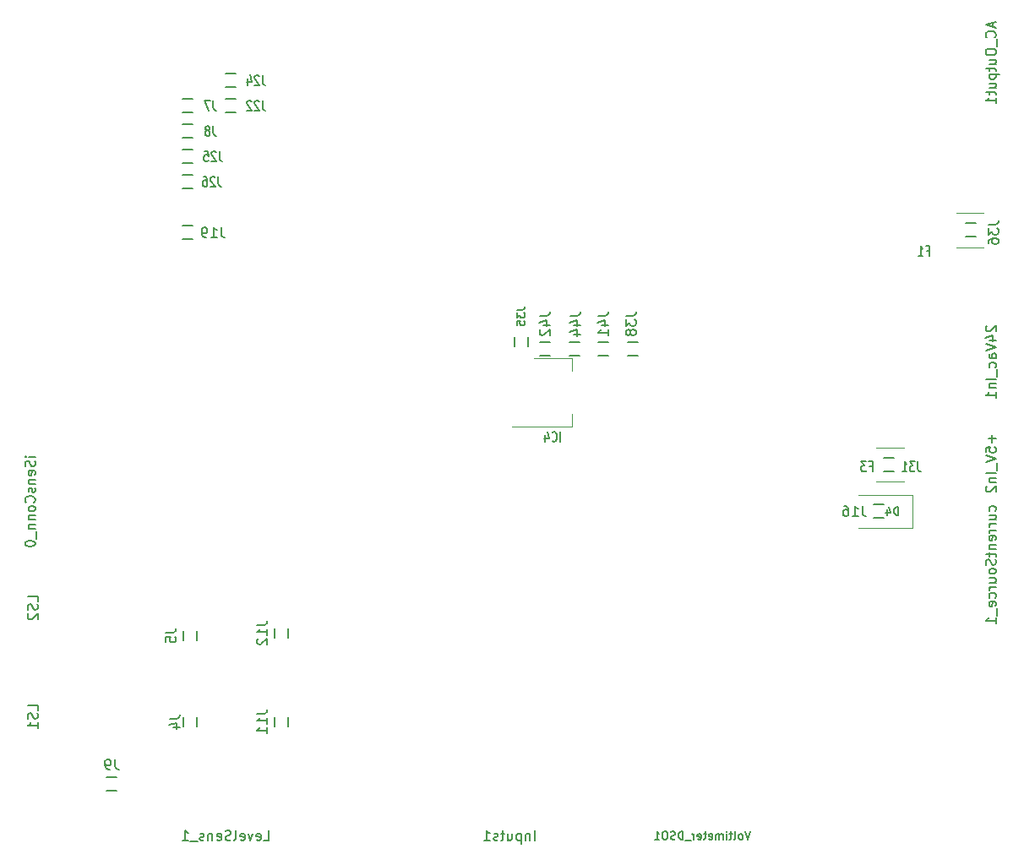
<source format=gbo>
G04 #@! TF.GenerationSoftware,KiCad,Pcbnew,5.1.9-73d0e3b20d~88~ubuntu20.04.1*
G04 #@! TF.CreationDate,2021-03-10T20:51:34-03:00*
G04 #@! TF.ProjectId,std_board,7374645f-626f-4617-9264-2e6b69636164,rev?*
G04 #@! TF.SameCoordinates,Original*
G04 #@! TF.FileFunction,Legend,Bot*
G04 #@! TF.FilePolarity,Positive*
%FSLAX46Y46*%
G04 Gerber Fmt 4.6, Leading zero omitted, Abs format (unit mm)*
G04 Created by KiCad (PCBNEW 5.1.9-73d0e3b20d~88~ubuntu20.04.1) date 2021-03-10 20:51:34*
%MOMM*%
%LPD*%
G01*
G04 APERTURE LIST*
%ADD10C,0.150000*%
%ADD11C,0.120000*%
%ADD12C,0.152400*%
G04 APERTURE END LIST*
D10*
X85765000Y-64175000D02*
X86765000Y-64175000D01*
X86765000Y-62825000D02*
X85765000Y-62825000D01*
X16597000Y-75446000D02*
X16597000Y-76446000D01*
X17947000Y-76446000D02*
X17947000Y-75446000D01*
X16597000Y-84082000D02*
X16597000Y-85082000D01*
X17947000Y-85082000D02*
X17947000Y-84082000D01*
X86749000Y-59476000D02*
X87749000Y-59476000D01*
X87749000Y-58126000D02*
X86749000Y-58126000D01*
X25741000Y-84082000D02*
X25741000Y-85082000D01*
X27091000Y-85082000D02*
X27091000Y-84082000D01*
X25741000Y-75192000D02*
X25741000Y-76192000D01*
X27091000Y-76192000D02*
X27091000Y-75192000D01*
D11*
X89665000Y-61850000D02*
X89665000Y-65150000D01*
X89665000Y-65150000D02*
X84265000Y-65150000D01*
X89665000Y-61850000D02*
X84265000Y-61850000D01*
D10*
X49744000Y-45982000D02*
X49744000Y-46982000D01*
X51094000Y-46982000D02*
X51094000Y-45982000D01*
D11*
X55504000Y-48152000D02*
X55504000Y-49412000D01*
X55504000Y-54972000D02*
X55504000Y-53712000D01*
X51744000Y-48152000D02*
X55504000Y-48152000D01*
X49494000Y-54972000D02*
X55504000Y-54972000D01*
D10*
X16518000Y-23535000D02*
X17518000Y-23535000D01*
X17518000Y-22185000D02*
X16518000Y-22185000D01*
X16518000Y-26075000D02*
X17518000Y-26075000D01*
X17518000Y-24725000D02*
X16518000Y-24725000D01*
X9898000Y-90130000D02*
X8898000Y-90130000D01*
X8898000Y-91480000D02*
X9898000Y-91480000D01*
X20836000Y-23535000D02*
X21836000Y-23535000D01*
X21836000Y-22185000D02*
X20836000Y-22185000D01*
X20836000Y-20995000D02*
X21836000Y-20995000D01*
X21836000Y-19645000D02*
X20836000Y-19645000D01*
X16518000Y-28615000D02*
X17518000Y-28615000D01*
X17518000Y-27265000D02*
X16518000Y-27265000D01*
D11*
X86011248Y-60511000D02*
X88783752Y-60511000D01*
X86011248Y-57091000D02*
X88783752Y-57091000D01*
X94012248Y-37016000D02*
X96784752Y-37016000D01*
X94012248Y-33596000D02*
X96784752Y-33596000D01*
D10*
X16518000Y-31155000D02*
X17518000Y-31155000D01*
X17518000Y-29805000D02*
X16518000Y-29805000D01*
X95004000Y-35981000D02*
X96004000Y-35981000D01*
X96004000Y-34631000D02*
X95004000Y-34631000D01*
X62095000Y-46569000D02*
X61095000Y-46569000D01*
X61095000Y-47919000D02*
X62095000Y-47919000D01*
X52332000Y-47919000D02*
X53332000Y-47919000D01*
X53332000Y-46569000D02*
X52332000Y-46569000D01*
X58174000Y-47919000D02*
X59174000Y-47919000D01*
X59174000Y-46569000D02*
X58174000Y-46569000D01*
X55253000Y-47919000D02*
X56253000Y-47919000D01*
X56253000Y-46569000D02*
X55253000Y-46569000D01*
X16518000Y-36235000D02*
X17518000Y-36235000D01*
X17518000Y-34885000D02*
X16518000Y-34885000D01*
D12*
X84629523Y-62952380D02*
X84629523Y-63666666D01*
X84677142Y-63809523D01*
X84772380Y-63904761D01*
X84915238Y-63952380D01*
X85010476Y-63952380D01*
X83629523Y-63952380D02*
X84200952Y-63952380D01*
X83915238Y-63952380D02*
X83915238Y-62952380D01*
X84010476Y-63095238D01*
X84105714Y-63190476D01*
X84200952Y-63238095D01*
X82772380Y-62952380D02*
X82962857Y-62952380D01*
X83058095Y-63000000D01*
X83105714Y-63047619D01*
X83200952Y-63190476D01*
X83248571Y-63380952D01*
X83248571Y-63761904D01*
X83200952Y-63857142D01*
X83153333Y-63904761D01*
X83058095Y-63952380D01*
X82867619Y-63952380D01*
X82772380Y-63904761D01*
X82724761Y-63857142D01*
X82677142Y-63761904D01*
X82677142Y-63523809D01*
X82724761Y-63428571D01*
X82772380Y-63380952D01*
X82867619Y-63333333D01*
X83058095Y-63333333D01*
X83153333Y-63380952D01*
X83200952Y-63428571D01*
X83248571Y-63523809D01*
X14824380Y-75612666D02*
X15538666Y-75612666D01*
X15681523Y-75565047D01*
X15776761Y-75469809D01*
X15824380Y-75326952D01*
X15824380Y-75231714D01*
X14824380Y-76565047D02*
X14824380Y-76088857D01*
X15300571Y-76041238D01*
X15252952Y-76088857D01*
X15205333Y-76184095D01*
X15205333Y-76422190D01*
X15252952Y-76517428D01*
X15300571Y-76565047D01*
X15395809Y-76612666D01*
X15633904Y-76612666D01*
X15729142Y-76565047D01*
X15776761Y-76517428D01*
X15824380Y-76422190D01*
X15824380Y-76184095D01*
X15776761Y-76088857D01*
X15729142Y-76041238D01*
X15200380Y-84248666D02*
X15914666Y-84248666D01*
X16057523Y-84201047D01*
X16152761Y-84105809D01*
X16200380Y-83962952D01*
X16200380Y-83867714D01*
X15533714Y-85153428D02*
X16200380Y-85153428D01*
X15152761Y-84915333D02*
X15867047Y-84677238D01*
X15867047Y-85296285D01*
X90182619Y-58507380D02*
X90182619Y-59221666D01*
X90220714Y-59364523D01*
X90296904Y-59459761D01*
X90411190Y-59507380D01*
X90487380Y-59507380D01*
X89877857Y-58507380D02*
X89382619Y-58507380D01*
X89649285Y-58888333D01*
X89535000Y-58888333D01*
X89458809Y-58935952D01*
X89420714Y-58983571D01*
X89382619Y-59078809D01*
X89382619Y-59316904D01*
X89420714Y-59412142D01*
X89458809Y-59459761D01*
X89535000Y-59507380D01*
X89763571Y-59507380D01*
X89839761Y-59459761D01*
X89877857Y-59412142D01*
X88620714Y-59507380D02*
X89077857Y-59507380D01*
X88849285Y-59507380D02*
X88849285Y-58507380D01*
X88925476Y-58650238D01*
X89001666Y-58745476D01*
X89077857Y-58793095D01*
X23968380Y-83772476D02*
X24682666Y-83772476D01*
X24825523Y-83724857D01*
X24920761Y-83629619D01*
X24968380Y-83486761D01*
X24968380Y-83391523D01*
X24968380Y-84772476D02*
X24968380Y-84201047D01*
X24968380Y-84486761D02*
X23968380Y-84486761D01*
X24111238Y-84391523D01*
X24206476Y-84296285D01*
X24254095Y-84201047D01*
X24968380Y-85724857D02*
X24968380Y-85153428D01*
X24968380Y-85439142D02*
X23968380Y-85439142D01*
X24111238Y-85343904D01*
X24206476Y-85248666D01*
X24254095Y-85153428D01*
X23968380Y-74882476D02*
X24682666Y-74882476D01*
X24825523Y-74834857D01*
X24920761Y-74739619D01*
X24968380Y-74596761D01*
X24968380Y-74501523D01*
X24968380Y-75882476D02*
X24968380Y-75311047D01*
X24968380Y-75596761D02*
X23968380Y-75596761D01*
X24111238Y-75501523D01*
X24206476Y-75406285D01*
X24254095Y-75311047D01*
X24063619Y-76263428D02*
X24016000Y-76311047D01*
X23968380Y-76406285D01*
X23968380Y-76644380D01*
X24016000Y-76739619D01*
X24063619Y-76787238D01*
X24158857Y-76834857D01*
X24254095Y-76834857D01*
X24396952Y-76787238D01*
X24968380Y-76215809D01*
X24968380Y-76834857D01*
D10*
X88220476Y-63861904D02*
X88220476Y-63061904D01*
X88030000Y-63061904D01*
X87915714Y-63100000D01*
X87839523Y-63176190D01*
X87801428Y-63252380D01*
X87763333Y-63404761D01*
X87763333Y-63519047D01*
X87801428Y-63671428D01*
X87839523Y-63747619D01*
X87915714Y-63823809D01*
X88030000Y-63861904D01*
X88220476Y-63861904D01*
X87077619Y-63328571D02*
X87077619Y-63861904D01*
X87268095Y-63023809D02*
X87458571Y-63595238D01*
X86963333Y-63595238D01*
D12*
X49980904Y-43294380D02*
X50552333Y-43294380D01*
X50666619Y-43256285D01*
X50742809Y-43180095D01*
X50780904Y-43065809D01*
X50780904Y-42989619D01*
X49980904Y-43599142D02*
X49980904Y-44094380D01*
X50285666Y-43827714D01*
X50285666Y-43942000D01*
X50323761Y-44018190D01*
X50361857Y-44056285D01*
X50438047Y-44094380D01*
X50628523Y-44094380D01*
X50704714Y-44056285D01*
X50742809Y-44018190D01*
X50780904Y-43942000D01*
X50780904Y-43713428D01*
X50742809Y-43637238D01*
X50704714Y-43599142D01*
X49980904Y-44818190D02*
X49980904Y-44437238D01*
X50361857Y-44399142D01*
X50323761Y-44437238D01*
X50285666Y-44513428D01*
X50285666Y-44703904D01*
X50323761Y-44780095D01*
X50361857Y-44818190D01*
X50438047Y-44856285D01*
X50628523Y-44856285D01*
X50704714Y-44818190D01*
X50742809Y-44780095D01*
X50780904Y-44703904D01*
X50780904Y-44513428D01*
X50742809Y-44437238D01*
X50704714Y-44399142D01*
D10*
X54374952Y-56514380D02*
X54374952Y-55514380D01*
X53536857Y-56419142D02*
X53574952Y-56466761D01*
X53689238Y-56514380D01*
X53765428Y-56514380D01*
X53879714Y-56466761D01*
X53955904Y-56371523D01*
X53994000Y-56276285D01*
X54032095Y-56085809D01*
X54032095Y-55942952D01*
X53994000Y-55752476D01*
X53955904Y-55657238D01*
X53879714Y-55562000D01*
X53765428Y-55514380D01*
X53689238Y-55514380D01*
X53574952Y-55562000D01*
X53536857Y-55609619D01*
X52851142Y-55847714D02*
X52851142Y-56514380D01*
X53041619Y-55466761D02*
X53232095Y-56181047D01*
X52736857Y-56181047D01*
D12*
X19570666Y-22312380D02*
X19570666Y-23026666D01*
X19608761Y-23169523D01*
X19684952Y-23264761D01*
X19799238Y-23312380D01*
X19875428Y-23312380D01*
X19265904Y-22312380D02*
X18732571Y-22312380D01*
X19075428Y-23312380D01*
X19570666Y-24852380D02*
X19570666Y-25566666D01*
X19608761Y-25709523D01*
X19684952Y-25804761D01*
X19799238Y-25852380D01*
X19875428Y-25852380D01*
X19075428Y-25280952D02*
X19151619Y-25233333D01*
X19189714Y-25185714D01*
X19227809Y-25090476D01*
X19227809Y-25042857D01*
X19189714Y-24947619D01*
X19151619Y-24900000D01*
X19075428Y-24852380D01*
X18923047Y-24852380D01*
X18846857Y-24900000D01*
X18808761Y-24947619D01*
X18770666Y-25042857D01*
X18770666Y-25090476D01*
X18808761Y-25185714D01*
X18846857Y-25233333D01*
X18923047Y-25280952D01*
X19075428Y-25280952D01*
X19151619Y-25328571D01*
X19189714Y-25376190D01*
X19227809Y-25471428D01*
X19227809Y-25661904D01*
X19189714Y-25757142D01*
X19151619Y-25804761D01*
X19075428Y-25852380D01*
X18923047Y-25852380D01*
X18846857Y-25804761D01*
X18808761Y-25757142D01*
X18770666Y-25661904D01*
X18770666Y-25471428D01*
X18808761Y-25376190D01*
X18846857Y-25328571D01*
X18923047Y-25280952D01*
X9731333Y-88357380D02*
X9731333Y-89071666D01*
X9778952Y-89214523D01*
X9874190Y-89309761D01*
X10017047Y-89357380D01*
X10112285Y-89357380D01*
X9207523Y-89357380D02*
X9017047Y-89357380D01*
X8921809Y-89309761D01*
X8874190Y-89262142D01*
X8778952Y-89119285D01*
X8731333Y-88928809D01*
X8731333Y-88547857D01*
X8778952Y-88452619D01*
X8826571Y-88405000D01*
X8921809Y-88357380D01*
X9112285Y-88357380D01*
X9207523Y-88405000D01*
X9255142Y-88452619D01*
X9302761Y-88547857D01*
X9302761Y-88785952D01*
X9255142Y-88881190D01*
X9207523Y-88928809D01*
X9112285Y-88976428D01*
X8921809Y-88976428D01*
X8826571Y-88928809D01*
X8778952Y-88881190D01*
X8731333Y-88785952D01*
X24523619Y-22312380D02*
X24523619Y-23026666D01*
X24561714Y-23169523D01*
X24637904Y-23264761D01*
X24752190Y-23312380D01*
X24828380Y-23312380D01*
X24180761Y-22407619D02*
X24142666Y-22360000D01*
X24066476Y-22312380D01*
X23876000Y-22312380D01*
X23799809Y-22360000D01*
X23761714Y-22407619D01*
X23723619Y-22502857D01*
X23723619Y-22598095D01*
X23761714Y-22740952D01*
X24218857Y-23312380D01*
X23723619Y-23312380D01*
X23418857Y-22407619D02*
X23380761Y-22360000D01*
X23304571Y-22312380D01*
X23114095Y-22312380D01*
X23037904Y-22360000D01*
X22999809Y-22407619D01*
X22961714Y-22502857D01*
X22961714Y-22598095D01*
X22999809Y-22740952D01*
X23456952Y-23312380D01*
X22961714Y-23312380D01*
X24523619Y-19772380D02*
X24523619Y-20486666D01*
X24561714Y-20629523D01*
X24637904Y-20724761D01*
X24752190Y-20772380D01*
X24828380Y-20772380D01*
X24180761Y-19867619D02*
X24142666Y-19820000D01*
X24066476Y-19772380D01*
X23876000Y-19772380D01*
X23799809Y-19820000D01*
X23761714Y-19867619D01*
X23723619Y-19962857D01*
X23723619Y-20058095D01*
X23761714Y-20200952D01*
X24218857Y-20772380D01*
X23723619Y-20772380D01*
X23037904Y-20105714D02*
X23037904Y-20772380D01*
X23228380Y-19724761D02*
X23418857Y-20439047D01*
X22923619Y-20439047D01*
X20205619Y-27392380D02*
X20205619Y-28106666D01*
X20243714Y-28249523D01*
X20319904Y-28344761D01*
X20434190Y-28392380D01*
X20510380Y-28392380D01*
X19862761Y-27487619D02*
X19824666Y-27440000D01*
X19748476Y-27392380D01*
X19558000Y-27392380D01*
X19481809Y-27440000D01*
X19443714Y-27487619D01*
X19405619Y-27582857D01*
X19405619Y-27678095D01*
X19443714Y-27820952D01*
X19900857Y-28392380D01*
X19405619Y-28392380D01*
X18681809Y-27392380D02*
X19062761Y-27392380D01*
X19100857Y-27868571D01*
X19062761Y-27820952D01*
X18986571Y-27773333D01*
X18796095Y-27773333D01*
X18719904Y-27820952D01*
X18681809Y-27868571D01*
X18643714Y-27963809D01*
X18643714Y-28201904D01*
X18681809Y-28297142D01*
X18719904Y-28344761D01*
X18796095Y-28392380D01*
X18986571Y-28392380D01*
X19062761Y-28344761D01*
X19100857Y-28297142D01*
D10*
X85356666Y-58983571D02*
X85623333Y-58983571D01*
X85623333Y-59507380D02*
X85623333Y-58507380D01*
X85242380Y-58507380D01*
X85013809Y-58507380D02*
X84518571Y-58507380D01*
X84785238Y-58888333D01*
X84670952Y-58888333D01*
X84594761Y-58935952D01*
X84556666Y-58983571D01*
X84518571Y-59078809D01*
X84518571Y-59316904D01*
X84556666Y-59412142D01*
X84594761Y-59459761D01*
X84670952Y-59507380D01*
X84899523Y-59507380D01*
X84975714Y-59459761D01*
X85013809Y-59412142D01*
X91071666Y-37393571D02*
X91338333Y-37393571D01*
X91338333Y-37917380D02*
X91338333Y-36917380D01*
X90957380Y-36917380D01*
X90233571Y-37917380D02*
X90690714Y-37917380D01*
X90462142Y-37917380D02*
X90462142Y-36917380D01*
X90538333Y-37060238D01*
X90614523Y-37155476D01*
X90690714Y-37203095D01*
D12*
X20078619Y-29932380D02*
X20078619Y-30646666D01*
X20116714Y-30789523D01*
X20192904Y-30884761D01*
X20307190Y-30932380D01*
X20383380Y-30932380D01*
X19735761Y-30027619D02*
X19697666Y-29980000D01*
X19621476Y-29932380D01*
X19431000Y-29932380D01*
X19354809Y-29980000D01*
X19316714Y-30027619D01*
X19278619Y-30122857D01*
X19278619Y-30218095D01*
X19316714Y-30360952D01*
X19773857Y-30932380D01*
X19278619Y-30932380D01*
X18592904Y-29932380D02*
X18745285Y-29932380D01*
X18821476Y-29980000D01*
X18859571Y-30027619D01*
X18935761Y-30170476D01*
X18973857Y-30360952D01*
X18973857Y-30741904D01*
X18935761Y-30837142D01*
X18897666Y-30884761D01*
X18821476Y-30932380D01*
X18669095Y-30932380D01*
X18592904Y-30884761D01*
X18554809Y-30837142D01*
X18516714Y-30741904D01*
X18516714Y-30503809D01*
X18554809Y-30408571D01*
X18592904Y-30360952D01*
X18669095Y-30313333D01*
X18821476Y-30313333D01*
X18897666Y-30360952D01*
X18935761Y-30408571D01*
X18973857Y-30503809D01*
D10*
X97607428Y-55840666D02*
X97607428Y-56602571D01*
X97988380Y-56221619D02*
X97226476Y-56221619D01*
X96988380Y-57554952D02*
X96988380Y-57078761D01*
X97464571Y-57031142D01*
X97416952Y-57078761D01*
X97369333Y-57174000D01*
X97369333Y-57412095D01*
X97416952Y-57507333D01*
X97464571Y-57554952D01*
X97559809Y-57602571D01*
X97797904Y-57602571D01*
X97893142Y-57554952D01*
X97940761Y-57507333D01*
X97988380Y-57412095D01*
X97988380Y-57174000D01*
X97940761Y-57078761D01*
X97893142Y-57031142D01*
X96988380Y-57888285D02*
X97988380Y-58221619D01*
X96988380Y-58554952D01*
X98083619Y-58650190D02*
X98083619Y-59412095D01*
X97988380Y-59650190D02*
X96988380Y-59650190D01*
X97321714Y-60126380D02*
X97988380Y-60126380D01*
X97416952Y-60126380D02*
X97369333Y-60174000D01*
X97321714Y-60269238D01*
X97321714Y-60412095D01*
X97369333Y-60507333D01*
X97464571Y-60554952D01*
X97988380Y-60554952D01*
X97083619Y-60983523D02*
X97036000Y-61031142D01*
X96988380Y-61126380D01*
X96988380Y-61364476D01*
X97036000Y-61459714D01*
X97083619Y-61507333D01*
X97178857Y-61554952D01*
X97274095Y-61554952D01*
X97416952Y-61507333D01*
X97988380Y-60935904D01*
X97988380Y-61554952D01*
X97083619Y-44894952D02*
X97036000Y-44942571D01*
X96988380Y-45037809D01*
X96988380Y-45275904D01*
X97036000Y-45371142D01*
X97083619Y-45418761D01*
X97178857Y-45466380D01*
X97274095Y-45466380D01*
X97416952Y-45418761D01*
X97988380Y-44847333D01*
X97988380Y-45466380D01*
X97321714Y-46323523D02*
X97988380Y-46323523D01*
X96940761Y-46085428D02*
X97655047Y-45847333D01*
X97655047Y-46466380D01*
X96988380Y-46704476D02*
X97988380Y-47037809D01*
X96988380Y-47371142D01*
X97988380Y-48133047D02*
X97464571Y-48133047D01*
X97369333Y-48085428D01*
X97321714Y-47990190D01*
X97321714Y-47799714D01*
X97369333Y-47704476D01*
X97940761Y-48133047D02*
X97988380Y-48037809D01*
X97988380Y-47799714D01*
X97940761Y-47704476D01*
X97845523Y-47656857D01*
X97750285Y-47656857D01*
X97655047Y-47704476D01*
X97607428Y-47799714D01*
X97607428Y-48037809D01*
X97559809Y-48133047D01*
X97940761Y-49037809D02*
X97988380Y-48942571D01*
X97988380Y-48752095D01*
X97940761Y-48656857D01*
X97893142Y-48609238D01*
X97797904Y-48561619D01*
X97512190Y-48561619D01*
X97416952Y-48609238D01*
X97369333Y-48656857D01*
X97321714Y-48752095D01*
X97321714Y-48942571D01*
X97369333Y-49037809D01*
X98083619Y-49228285D02*
X98083619Y-49990190D01*
X97988380Y-50228285D02*
X96988380Y-50228285D01*
X97321714Y-50704476D02*
X97988380Y-50704476D01*
X97416952Y-50704476D02*
X97369333Y-50752095D01*
X97321714Y-50847333D01*
X97321714Y-50990190D01*
X97369333Y-51085428D01*
X97464571Y-51133047D01*
X97988380Y-51133047D01*
X97988380Y-52133047D02*
X97988380Y-51561619D01*
X97988380Y-51847333D02*
X96988380Y-51847333D01*
X97131238Y-51752095D01*
X97226476Y-51656857D01*
X97274095Y-51561619D01*
X97702666Y-14494380D02*
X97702666Y-14970571D01*
X97988380Y-14399142D02*
X96988380Y-14732476D01*
X97988380Y-15065809D01*
X97893142Y-15970571D02*
X97940761Y-15922952D01*
X97988380Y-15780095D01*
X97988380Y-15684857D01*
X97940761Y-15542000D01*
X97845523Y-15446761D01*
X97750285Y-15399142D01*
X97559809Y-15351523D01*
X97416952Y-15351523D01*
X97226476Y-15399142D01*
X97131238Y-15446761D01*
X97036000Y-15542000D01*
X96988380Y-15684857D01*
X96988380Y-15780095D01*
X97036000Y-15922952D01*
X97083619Y-15970571D01*
X98083619Y-16161047D02*
X98083619Y-16922952D01*
X96988380Y-17351523D02*
X96988380Y-17542000D01*
X97036000Y-17637238D01*
X97131238Y-17732476D01*
X97321714Y-17780095D01*
X97655047Y-17780095D01*
X97845523Y-17732476D01*
X97940761Y-17637238D01*
X97988380Y-17542000D01*
X97988380Y-17351523D01*
X97940761Y-17256285D01*
X97845523Y-17161047D01*
X97655047Y-17113428D01*
X97321714Y-17113428D01*
X97131238Y-17161047D01*
X97036000Y-17256285D01*
X96988380Y-17351523D01*
X97321714Y-18637238D02*
X97988380Y-18637238D01*
X97321714Y-18208666D02*
X97845523Y-18208666D01*
X97940761Y-18256285D01*
X97988380Y-18351523D01*
X97988380Y-18494380D01*
X97940761Y-18589619D01*
X97893142Y-18637238D01*
X97321714Y-18970571D02*
X97321714Y-19351523D01*
X96988380Y-19113428D02*
X97845523Y-19113428D01*
X97940761Y-19161047D01*
X97988380Y-19256285D01*
X97988380Y-19351523D01*
X97321714Y-19684857D02*
X98321714Y-19684857D01*
X97369333Y-19684857D02*
X97321714Y-19780095D01*
X97321714Y-19970571D01*
X97369333Y-20065809D01*
X97416952Y-20113428D01*
X97512190Y-20161047D01*
X97797904Y-20161047D01*
X97893142Y-20113428D01*
X97940761Y-20065809D01*
X97988380Y-19970571D01*
X97988380Y-19780095D01*
X97940761Y-19684857D01*
X97321714Y-21018190D02*
X97988380Y-21018190D01*
X97321714Y-20589619D02*
X97845523Y-20589619D01*
X97940761Y-20637238D01*
X97988380Y-20732476D01*
X97988380Y-20875333D01*
X97940761Y-20970571D01*
X97893142Y-21018190D01*
X97321714Y-21351523D02*
X97321714Y-21732476D01*
X96988380Y-21494380D02*
X97845523Y-21494380D01*
X97940761Y-21542000D01*
X97988380Y-21637238D01*
X97988380Y-21732476D01*
X97988380Y-22589619D02*
X97988380Y-22018190D01*
X97988380Y-22303904D02*
X96988380Y-22303904D01*
X97131238Y-22208666D01*
X97226476Y-22113428D01*
X97274095Y-22018190D01*
X97940761Y-63429238D02*
X97988380Y-63334000D01*
X97988380Y-63143523D01*
X97940761Y-63048285D01*
X97893142Y-63000666D01*
X97797904Y-62953047D01*
X97512190Y-62953047D01*
X97416952Y-63000666D01*
X97369333Y-63048285D01*
X97321714Y-63143523D01*
X97321714Y-63334000D01*
X97369333Y-63429238D01*
X97321714Y-64286380D02*
X97988380Y-64286380D01*
X97321714Y-63857809D02*
X97845523Y-63857809D01*
X97940761Y-63905428D01*
X97988380Y-64000666D01*
X97988380Y-64143523D01*
X97940761Y-64238761D01*
X97893142Y-64286380D01*
X97988380Y-64762571D02*
X97321714Y-64762571D01*
X97512190Y-64762571D02*
X97416952Y-64810190D01*
X97369333Y-64857809D01*
X97321714Y-64953047D01*
X97321714Y-65048285D01*
X97988380Y-65381619D02*
X97321714Y-65381619D01*
X97512190Y-65381619D02*
X97416952Y-65429238D01*
X97369333Y-65476857D01*
X97321714Y-65572095D01*
X97321714Y-65667333D01*
X97940761Y-66381619D02*
X97988380Y-66286380D01*
X97988380Y-66095904D01*
X97940761Y-66000666D01*
X97845523Y-65953047D01*
X97464571Y-65953047D01*
X97369333Y-66000666D01*
X97321714Y-66095904D01*
X97321714Y-66286380D01*
X97369333Y-66381619D01*
X97464571Y-66429238D01*
X97559809Y-66429238D01*
X97655047Y-65953047D01*
X97321714Y-66857809D02*
X97988380Y-66857809D01*
X97416952Y-66857809D02*
X97369333Y-66905428D01*
X97321714Y-67000666D01*
X97321714Y-67143523D01*
X97369333Y-67238761D01*
X97464571Y-67286380D01*
X97988380Y-67286380D01*
X97321714Y-67619714D02*
X97321714Y-68000666D01*
X96988380Y-67762571D02*
X97845523Y-67762571D01*
X97940761Y-67810190D01*
X97988380Y-67905428D01*
X97988380Y-68000666D01*
X97940761Y-68286380D02*
X97988380Y-68429238D01*
X97988380Y-68667333D01*
X97940761Y-68762571D01*
X97893142Y-68810190D01*
X97797904Y-68857809D01*
X97702666Y-68857809D01*
X97607428Y-68810190D01*
X97559809Y-68762571D01*
X97512190Y-68667333D01*
X97464571Y-68476857D01*
X97416952Y-68381619D01*
X97369333Y-68334000D01*
X97274095Y-68286380D01*
X97178857Y-68286380D01*
X97083619Y-68334000D01*
X97036000Y-68381619D01*
X96988380Y-68476857D01*
X96988380Y-68714952D01*
X97036000Y-68857809D01*
X97988380Y-69429238D02*
X97940761Y-69334000D01*
X97893142Y-69286380D01*
X97797904Y-69238761D01*
X97512190Y-69238761D01*
X97416952Y-69286380D01*
X97369333Y-69334000D01*
X97321714Y-69429238D01*
X97321714Y-69572095D01*
X97369333Y-69667333D01*
X97416952Y-69714952D01*
X97512190Y-69762571D01*
X97797904Y-69762571D01*
X97893142Y-69714952D01*
X97940761Y-69667333D01*
X97988380Y-69572095D01*
X97988380Y-69429238D01*
X97321714Y-70619714D02*
X97988380Y-70619714D01*
X97321714Y-70191142D02*
X97845523Y-70191142D01*
X97940761Y-70238761D01*
X97988380Y-70334000D01*
X97988380Y-70476857D01*
X97940761Y-70572095D01*
X97893142Y-70619714D01*
X97988380Y-71095904D02*
X97321714Y-71095904D01*
X97512190Y-71095904D02*
X97416952Y-71143523D01*
X97369333Y-71191142D01*
X97321714Y-71286380D01*
X97321714Y-71381619D01*
X97940761Y-72143523D02*
X97988380Y-72048285D01*
X97988380Y-71857809D01*
X97940761Y-71762571D01*
X97893142Y-71714952D01*
X97797904Y-71667333D01*
X97512190Y-71667333D01*
X97416952Y-71714952D01*
X97369333Y-71762571D01*
X97321714Y-71857809D01*
X97321714Y-72048285D01*
X97369333Y-72143523D01*
X97940761Y-72953047D02*
X97988380Y-72857809D01*
X97988380Y-72667333D01*
X97940761Y-72572095D01*
X97845523Y-72524476D01*
X97464571Y-72524476D01*
X97369333Y-72572095D01*
X97321714Y-72667333D01*
X97321714Y-72857809D01*
X97369333Y-72953047D01*
X97464571Y-73000666D01*
X97559809Y-73000666D01*
X97655047Y-72524476D01*
X98083619Y-73191142D02*
X98083619Y-73953047D01*
X97988380Y-74714952D02*
X97988380Y-74143523D01*
X97988380Y-74429238D02*
X96988380Y-74429238D01*
X97131238Y-74334000D01*
X97226476Y-74238761D01*
X97274095Y-74143523D01*
X24637523Y-96464380D02*
X25113714Y-96464380D01*
X25113714Y-95464380D01*
X23923238Y-96416761D02*
X24018476Y-96464380D01*
X24208952Y-96464380D01*
X24304190Y-96416761D01*
X24351809Y-96321523D01*
X24351809Y-95940571D01*
X24304190Y-95845333D01*
X24208952Y-95797714D01*
X24018476Y-95797714D01*
X23923238Y-95845333D01*
X23875619Y-95940571D01*
X23875619Y-96035809D01*
X24351809Y-96131047D01*
X23542285Y-95797714D02*
X23304190Y-96464380D01*
X23066095Y-95797714D01*
X22304190Y-96416761D02*
X22399428Y-96464380D01*
X22589904Y-96464380D01*
X22685142Y-96416761D01*
X22732761Y-96321523D01*
X22732761Y-95940571D01*
X22685142Y-95845333D01*
X22589904Y-95797714D01*
X22399428Y-95797714D01*
X22304190Y-95845333D01*
X22256571Y-95940571D01*
X22256571Y-96035809D01*
X22732761Y-96131047D01*
X21685142Y-96464380D02*
X21780380Y-96416761D01*
X21828000Y-96321523D01*
X21828000Y-95464380D01*
X21351809Y-96416761D02*
X21208952Y-96464380D01*
X20970857Y-96464380D01*
X20875619Y-96416761D01*
X20828000Y-96369142D01*
X20780380Y-96273904D01*
X20780380Y-96178666D01*
X20828000Y-96083428D01*
X20875619Y-96035809D01*
X20970857Y-95988190D01*
X21161333Y-95940571D01*
X21256571Y-95892952D01*
X21304190Y-95845333D01*
X21351809Y-95750095D01*
X21351809Y-95654857D01*
X21304190Y-95559619D01*
X21256571Y-95512000D01*
X21161333Y-95464380D01*
X20923238Y-95464380D01*
X20780380Y-95512000D01*
X19970857Y-96416761D02*
X20066095Y-96464380D01*
X20256571Y-96464380D01*
X20351809Y-96416761D01*
X20399428Y-96321523D01*
X20399428Y-95940571D01*
X20351809Y-95845333D01*
X20256571Y-95797714D01*
X20066095Y-95797714D01*
X19970857Y-95845333D01*
X19923238Y-95940571D01*
X19923238Y-96035809D01*
X20399428Y-96131047D01*
X19494666Y-95797714D02*
X19494666Y-96464380D01*
X19494666Y-95892952D02*
X19447047Y-95845333D01*
X19351809Y-95797714D01*
X19208952Y-95797714D01*
X19113714Y-95845333D01*
X19066095Y-95940571D01*
X19066095Y-96464380D01*
X18637523Y-96416761D02*
X18542285Y-96464380D01*
X18351809Y-96464380D01*
X18256571Y-96416761D01*
X18208952Y-96321523D01*
X18208952Y-96273904D01*
X18256571Y-96178666D01*
X18351809Y-96131047D01*
X18494666Y-96131047D01*
X18589904Y-96083428D01*
X18637523Y-95988190D01*
X18637523Y-95940571D01*
X18589904Y-95845333D01*
X18494666Y-95797714D01*
X18351809Y-95797714D01*
X18256571Y-95845333D01*
X18018476Y-96559619D02*
X17256571Y-96559619D01*
X16494666Y-96464380D02*
X17066095Y-96464380D01*
X16780380Y-96464380D02*
X16780380Y-95464380D01*
X16875619Y-95607238D01*
X16970857Y-95702476D01*
X17066095Y-95750095D01*
X73418095Y-95573904D02*
X73151428Y-96373904D01*
X72884761Y-95573904D01*
X72503809Y-96373904D02*
X72580000Y-96335809D01*
X72618095Y-96297714D01*
X72656190Y-96221523D01*
X72656190Y-95992952D01*
X72618095Y-95916761D01*
X72580000Y-95878666D01*
X72503809Y-95840571D01*
X72389523Y-95840571D01*
X72313333Y-95878666D01*
X72275238Y-95916761D01*
X72237142Y-95992952D01*
X72237142Y-96221523D01*
X72275238Y-96297714D01*
X72313333Y-96335809D01*
X72389523Y-96373904D01*
X72503809Y-96373904D01*
X71780000Y-96373904D02*
X71856190Y-96335809D01*
X71894285Y-96259619D01*
X71894285Y-95573904D01*
X71589523Y-95840571D02*
X71284761Y-95840571D01*
X71475238Y-95573904D02*
X71475238Y-96259619D01*
X71437142Y-96335809D01*
X71360952Y-96373904D01*
X71284761Y-96373904D01*
X71018095Y-96373904D02*
X71018095Y-95840571D01*
X71018095Y-95573904D02*
X71056190Y-95612000D01*
X71018095Y-95650095D01*
X70980000Y-95612000D01*
X71018095Y-95573904D01*
X71018095Y-95650095D01*
X70637142Y-96373904D02*
X70637142Y-95840571D01*
X70637142Y-95916761D02*
X70599047Y-95878666D01*
X70522857Y-95840571D01*
X70408571Y-95840571D01*
X70332380Y-95878666D01*
X70294285Y-95954857D01*
X70294285Y-96373904D01*
X70294285Y-95954857D02*
X70256190Y-95878666D01*
X70180000Y-95840571D01*
X70065714Y-95840571D01*
X69989523Y-95878666D01*
X69951428Y-95954857D01*
X69951428Y-96373904D01*
X69265714Y-96335809D02*
X69341904Y-96373904D01*
X69494285Y-96373904D01*
X69570476Y-96335809D01*
X69608571Y-96259619D01*
X69608571Y-95954857D01*
X69570476Y-95878666D01*
X69494285Y-95840571D01*
X69341904Y-95840571D01*
X69265714Y-95878666D01*
X69227619Y-95954857D01*
X69227619Y-96031047D01*
X69608571Y-96107238D01*
X68999047Y-95840571D02*
X68694285Y-95840571D01*
X68884761Y-95573904D02*
X68884761Y-96259619D01*
X68846666Y-96335809D01*
X68770476Y-96373904D01*
X68694285Y-96373904D01*
X68122857Y-96335809D02*
X68199047Y-96373904D01*
X68351428Y-96373904D01*
X68427619Y-96335809D01*
X68465714Y-96259619D01*
X68465714Y-95954857D01*
X68427619Y-95878666D01*
X68351428Y-95840571D01*
X68199047Y-95840571D01*
X68122857Y-95878666D01*
X68084761Y-95954857D01*
X68084761Y-96031047D01*
X68465714Y-96107238D01*
X67741904Y-96373904D02*
X67741904Y-95840571D01*
X67741904Y-95992952D02*
X67703809Y-95916761D01*
X67665714Y-95878666D01*
X67589523Y-95840571D01*
X67513333Y-95840571D01*
X67437142Y-96450095D02*
X66827619Y-96450095D01*
X66637142Y-96373904D02*
X66637142Y-95573904D01*
X66446666Y-95573904D01*
X66332380Y-95612000D01*
X66256190Y-95688190D01*
X66218095Y-95764380D01*
X66180000Y-95916761D01*
X66180000Y-96031047D01*
X66218095Y-96183428D01*
X66256190Y-96259619D01*
X66332380Y-96335809D01*
X66446666Y-96373904D01*
X66637142Y-96373904D01*
X65875238Y-96335809D02*
X65760952Y-96373904D01*
X65570476Y-96373904D01*
X65494285Y-96335809D01*
X65456190Y-96297714D01*
X65418095Y-96221523D01*
X65418095Y-96145333D01*
X65456190Y-96069142D01*
X65494285Y-96031047D01*
X65570476Y-95992952D01*
X65722857Y-95954857D01*
X65799047Y-95916761D01*
X65837142Y-95878666D01*
X65875238Y-95802476D01*
X65875238Y-95726285D01*
X65837142Y-95650095D01*
X65799047Y-95612000D01*
X65722857Y-95573904D01*
X65532380Y-95573904D01*
X65418095Y-95612000D01*
X64922857Y-95573904D02*
X64770476Y-95573904D01*
X64694285Y-95612000D01*
X64618095Y-95688190D01*
X64580000Y-95840571D01*
X64580000Y-96107238D01*
X64618095Y-96259619D01*
X64694285Y-96335809D01*
X64770476Y-96373904D01*
X64922857Y-96373904D01*
X64999047Y-96335809D01*
X65075238Y-96259619D01*
X65113333Y-96107238D01*
X65113333Y-95840571D01*
X65075238Y-95688190D01*
X64999047Y-95612000D01*
X64922857Y-95573904D01*
X63818095Y-96373904D02*
X64275238Y-96373904D01*
X64046666Y-96373904D02*
X64046666Y-95573904D01*
X64122857Y-95688190D01*
X64199047Y-95764380D01*
X64275238Y-95802476D01*
X1722380Y-58007809D02*
X1055714Y-58007809D01*
X722380Y-58007809D02*
X770000Y-57960190D01*
X817619Y-58007809D01*
X770000Y-58055428D01*
X722380Y-58007809D01*
X817619Y-58007809D01*
X1674761Y-58436380D02*
X1722380Y-58579238D01*
X1722380Y-58817333D01*
X1674761Y-58912571D01*
X1627142Y-58960190D01*
X1531904Y-59007809D01*
X1436666Y-59007809D01*
X1341428Y-58960190D01*
X1293809Y-58912571D01*
X1246190Y-58817333D01*
X1198571Y-58626857D01*
X1150952Y-58531619D01*
X1103333Y-58484000D01*
X1008095Y-58436380D01*
X912857Y-58436380D01*
X817619Y-58484000D01*
X770000Y-58531619D01*
X722380Y-58626857D01*
X722380Y-58864952D01*
X770000Y-59007809D01*
X1674761Y-59817333D02*
X1722380Y-59722095D01*
X1722380Y-59531619D01*
X1674761Y-59436380D01*
X1579523Y-59388761D01*
X1198571Y-59388761D01*
X1103333Y-59436380D01*
X1055714Y-59531619D01*
X1055714Y-59722095D01*
X1103333Y-59817333D01*
X1198571Y-59864952D01*
X1293809Y-59864952D01*
X1389047Y-59388761D01*
X1055714Y-60293523D02*
X1722380Y-60293523D01*
X1150952Y-60293523D02*
X1103333Y-60341142D01*
X1055714Y-60436380D01*
X1055714Y-60579238D01*
X1103333Y-60674476D01*
X1198571Y-60722095D01*
X1722380Y-60722095D01*
X1674761Y-61150666D02*
X1722380Y-61245904D01*
X1722380Y-61436380D01*
X1674761Y-61531619D01*
X1579523Y-61579238D01*
X1531904Y-61579238D01*
X1436666Y-61531619D01*
X1389047Y-61436380D01*
X1389047Y-61293523D01*
X1341428Y-61198285D01*
X1246190Y-61150666D01*
X1198571Y-61150666D01*
X1103333Y-61198285D01*
X1055714Y-61293523D01*
X1055714Y-61436380D01*
X1103333Y-61531619D01*
X1627142Y-62579238D02*
X1674761Y-62531619D01*
X1722380Y-62388761D01*
X1722380Y-62293523D01*
X1674761Y-62150666D01*
X1579523Y-62055428D01*
X1484285Y-62007809D01*
X1293809Y-61960190D01*
X1150952Y-61960190D01*
X960476Y-62007809D01*
X865238Y-62055428D01*
X770000Y-62150666D01*
X722380Y-62293523D01*
X722380Y-62388761D01*
X770000Y-62531619D01*
X817619Y-62579238D01*
X1722380Y-63150666D02*
X1674761Y-63055428D01*
X1627142Y-63007809D01*
X1531904Y-62960190D01*
X1246190Y-62960190D01*
X1150952Y-63007809D01*
X1103333Y-63055428D01*
X1055714Y-63150666D01*
X1055714Y-63293523D01*
X1103333Y-63388761D01*
X1150952Y-63436380D01*
X1246190Y-63484000D01*
X1531904Y-63484000D01*
X1627142Y-63436380D01*
X1674761Y-63388761D01*
X1722380Y-63293523D01*
X1722380Y-63150666D01*
X1055714Y-63912571D02*
X1722380Y-63912571D01*
X1150952Y-63912571D02*
X1103333Y-63960190D01*
X1055714Y-64055428D01*
X1055714Y-64198285D01*
X1103333Y-64293523D01*
X1198571Y-64341142D01*
X1722380Y-64341142D01*
X1055714Y-64817333D02*
X1722380Y-64817333D01*
X1150952Y-64817333D02*
X1103333Y-64864952D01*
X1055714Y-64960190D01*
X1055714Y-65103047D01*
X1103333Y-65198285D01*
X1198571Y-65245904D01*
X1722380Y-65245904D01*
X1817619Y-65484000D02*
X1817619Y-66245904D01*
X722380Y-66674476D02*
X722380Y-66769714D01*
X769999Y-66864952D01*
X817619Y-66912571D01*
X912857Y-66960190D01*
X1103333Y-67007809D01*
X1341428Y-67007809D01*
X1531904Y-66960190D01*
X1627142Y-66912571D01*
X1674761Y-66864952D01*
X1722380Y-66769714D01*
X1722380Y-66674476D01*
X1674761Y-66579238D01*
X1627142Y-66531619D01*
X1531904Y-66484000D01*
X1341428Y-66436380D01*
X1103333Y-66436380D01*
X912857Y-66484000D01*
X817619Y-66531619D01*
X769999Y-66579238D01*
X722380Y-66674476D01*
X1976380Y-83431142D02*
X1976380Y-82954952D01*
X976380Y-82954952D01*
X1928761Y-83716857D02*
X1976380Y-83859714D01*
X1976380Y-84097809D01*
X1928761Y-84193047D01*
X1881142Y-84240666D01*
X1785904Y-84288285D01*
X1690666Y-84288285D01*
X1595428Y-84240666D01*
X1547809Y-84193047D01*
X1500190Y-84097809D01*
X1452571Y-83907333D01*
X1404952Y-83812095D01*
X1357333Y-83764476D01*
X1262095Y-83716857D01*
X1166857Y-83716857D01*
X1071619Y-83764476D01*
X1024000Y-83812095D01*
X976380Y-83907333D01*
X976380Y-84145428D01*
X1024000Y-84288285D01*
X1976380Y-85240666D02*
X1976380Y-84669238D01*
X1976380Y-84954952D02*
X976380Y-84954952D01*
X1119238Y-84859714D01*
X1214476Y-84764476D01*
X1262095Y-84669238D01*
X1976380Y-72509142D02*
X1976380Y-72032952D01*
X976380Y-72032952D01*
X1928761Y-72794857D02*
X1976380Y-72937714D01*
X1976380Y-73175809D01*
X1928761Y-73271047D01*
X1881142Y-73318666D01*
X1785904Y-73366285D01*
X1690666Y-73366285D01*
X1595428Y-73318666D01*
X1547809Y-73271047D01*
X1500190Y-73175809D01*
X1452571Y-72985333D01*
X1404952Y-72890095D01*
X1357333Y-72842476D01*
X1262095Y-72794857D01*
X1166857Y-72794857D01*
X1071619Y-72842476D01*
X1024000Y-72890095D01*
X976380Y-72985333D01*
X976380Y-73223428D01*
X1024000Y-73366285D01*
X1071619Y-73747238D02*
X1024000Y-73794857D01*
X976380Y-73890095D01*
X976380Y-74128190D01*
X1024000Y-74223428D01*
X1071619Y-74271047D01*
X1166857Y-74318666D01*
X1262095Y-74318666D01*
X1404952Y-74271047D01*
X1976380Y-73699619D01*
X1976380Y-74318666D01*
D12*
X97242380Y-34750476D02*
X97956666Y-34750476D01*
X98099523Y-34702857D01*
X98194761Y-34607619D01*
X98242380Y-34464761D01*
X98242380Y-34369523D01*
X97242380Y-35131428D02*
X97242380Y-35750476D01*
X97623333Y-35417142D01*
X97623333Y-35560000D01*
X97670952Y-35655238D01*
X97718571Y-35702857D01*
X97813809Y-35750476D01*
X98051904Y-35750476D01*
X98147142Y-35702857D01*
X98194761Y-35655238D01*
X98242380Y-35560000D01*
X98242380Y-35274285D01*
X98194761Y-35179047D01*
X98147142Y-35131428D01*
X97242380Y-36607619D02*
X97242380Y-36417142D01*
X97290000Y-36321904D01*
X97337619Y-36274285D01*
X97480476Y-36179047D01*
X97670952Y-36131428D01*
X98051904Y-36131428D01*
X98147142Y-36179047D01*
X98194761Y-36226666D01*
X98242380Y-36321904D01*
X98242380Y-36512380D01*
X98194761Y-36607619D01*
X98147142Y-36655238D01*
X98051904Y-36702857D01*
X97813809Y-36702857D01*
X97718571Y-36655238D01*
X97670952Y-36607619D01*
X97623333Y-36512380D01*
X97623333Y-36321904D01*
X97670952Y-36226666D01*
X97718571Y-36179047D01*
X97813809Y-36131428D01*
X60920380Y-43894476D02*
X61634666Y-43894476D01*
X61777523Y-43846857D01*
X61872761Y-43751619D01*
X61920380Y-43608761D01*
X61920380Y-43513523D01*
X60920380Y-44275428D02*
X60920380Y-44894476D01*
X61301333Y-44561142D01*
X61301333Y-44704000D01*
X61348952Y-44799238D01*
X61396571Y-44846857D01*
X61491809Y-44894476D01*
X61729904Y-44894476D01*
X61825142Y-44846857D01*
X61872761Y-44799238D01*
X61920380Y-44704000D01*
X61920380Y-44418285D01*
X61872761Y-44323047D01*
X61825142Y-44275428D01*
X61348952Y-45465904D02*
X61301333Y-45370666D01*
X61253714Y-45323047D01*
X61158476Y-45275428D01*
X61110857Y-45275428D01*
X61015619Y-45323047D01*
X60968000Y-45370666D01*
X60920380Y-45465904D01*
X60920380Y-45656380D01*
X60968000Y-45751619D01*
X61015619Y-45799238D01*
X61110857Y-45846857D01*
X61158476Y-45846857D01*
X61253714Y-45799238D01*
X61301333Y-45751619D01*
X61348952Y-45656380D01*
X61348952Y-45465904D01*
X61396571Y-45370666D01*
X61444190Y-45323047D01*
X61539428Y-45275428D01*
X61729904Y-45275428D01*
X61825142Y-45323047D01*
X61872761Y-45370666D01*
X61920380Y-45465904D01*
X61920380Y-45656380D01*
X61872761Y-45751619D01*
X61825142Y-45799238D01*
X61729904Y-45846857D01*
X61539428Y-45846857D01*
X61444190Y-45799238D01*
X61396571Y-45751619D01*
X61348952Y-45656380D01*
X52284380Y-43894476D02*
X52998666Y-43894476D01*
X53141523Y-43846857D01*
X53236761Y-43751619D01*
X53284380Y-43608761D01*
X53284380Y-43513523D01*
X52617714Y-44799238D02*
X53284380Y-44799238D01*
X52236761Y-44561142D02*
X52951047Y-44323047D01*
X52951047Y-44942095D01*
X52379619Y-45275428D02*
X52332000Y-45323047D01*
X52284380Y-45418285D01*
X52284380Y-45656380D01*
X52332000Y-45751619D01*
X52379619Y-45799238D01*
X52474857Y-45846857D01*
X52570095Y-45846857D01*
X52712952Y-45799238D01*
X53284380Y-45227809D01*
X53284380Y-45846857D01*
X58126380Y-43894476D02*
X58840666Y-43894476D01*
X58983523Y-43846857D01*
X59078761Y-43751619D01*
X59126380Y-43608761D01*
X59126380Y-43513523D01*
X58459714Y-44799238D02*
X59126380Y-44799238D01*
X58078761Y-44561142D02*
X58793047Y-44323047D01*
X58793047Y-44942095D01*
X59126380Y-45846857D02*
X59126380Y-45275428D01*
X59126380Y-45561142D02*
X58126380Y-45561142D01*
X58269238Y-45465904D01*
X58364476Y-45370666D01*
X58412095Y-45275428D01*
X55332380Y-43894476D02*
X56046666Y-43894476D01*
X56189523Y-43846857D01*
X56284761Y-43751619D01*
X56332380Y-43608761D01*
X56332380Y-43513523D01*
X55665714Y-44799238D02*
X56332380Y-44799238D01*
X55284761Y-44561142D02*
X55999047Y-44323047D01*
X55999047Y-44942095D01*
X55665714Y-45751619D02*
X56332380Y-45751619D01*
X55284761Y-45513523D02*
X55999047Y-45275428D01*
X55999047Y-45894476D01*
D10*
X51799809Y-96464380D02*
X51799809Y-95464380D01*
X51323619Y-95797714D02*
X51323619Y-96464380D01*
X51323619Y-95892952D02*
X51276000Y-95845333D01*
X51180761Y-95797714D01*
X51037904Y-95797714D01*
X50942666Y-95845333D01*
X50895047Y-95940571D01*
X50895047Y-96464380D01*
X50418857Y-95797714D02*
X50418857Y-96797714D01*
X50418857Y-95845333D02*
X50323619Y-95797714D01*
X50133142Y-95797714D01*
X50037904Y-95845333D01*
X49990285Y-95892952D01*
X49942666Y-95988190D01*
X49942666Y-96273904D01*
X49990285Y-96369142D01*
X50037904Y-96416761D01*
X50133142Y-96464380D01*
X50323619Y-96464380D01*
X50418857Y-96416761D01*
X49085523Y-95797714D02*
X49085523Y-96464380D01*
X49514095Y-95797714D02*
X49514095Y-96321523D01*
X49466476Y-96416761D01*
X49371238Y-96464380D01*
X49228380Y-96464380D01*
X49133142Y-96416761D01*
X49085523Y-96369142D01*
X48752190Y-95797714D02*
X48371238Y-95797714D01*
X48609333Y-95464380D02*
X48609333Y-96321523D01*
X48561714Y-96416761D01*
X48466476Y-96464380D01*
X48371238Y-96464380D01*
X48085523Y-96416761D02*
X47990285Y-96464380D01*
X47799809Y-96464380D01*
X47704571Y-96416761D01*
X47656952Y-96321523D01*
X47656952Y-96273904D01*
X47704571Y-96178666D01*
X47799809Y-96131047D01*
X47942666Y-96131047D01*
X48037904Y-96083428D01*
X48085523Y-95988190D01*
X48085523Y-95940571D01*
X48037904Y-95845333D01*
X47942666Y-95797714D01*
X47799809Y-95797714D01*
X47704571Y-95845333D01*
X46704571Y-96464380D02*
X47276000Y-96464380D01*
X46990285Y-96464380D02*
X46990285Y-95464380D01*
X47085523Y-95607238D01*
X47180761Y-95702476D01*
X47276000Y-95750095D01*
D12*
X20367523Y-35012380D02*
X20367523Y-35726666D01*
X20415142Y-35869523D01*
X20510380Y-35964761D01*
X20653238Y-36012380D01*
X20748476Y-36012380D01*
X19367523Y-36012380D02*
X19938952Y-36012380D01*
X19653238Y-36012380D02*
X19653238Y-35012380D01*
X19748476Y-35155238D01*
X19843714Y-35250476D01*
X19938952Y-35298095D01*
X18891333Y-36012380D02*
X18700857Y-36012380D01*
X18605619Y-35964761D01*
X18558000Y-35917142D01*
X18462761Y-35774285D01*
X18415142Y-35583809D01*
X18415142Y-35202857D01*
X18462761Y-35107619D01*
X18510380Y-35060000D01*
X18605619Y-35012380D01*
X18796095Y-35012380D01*
X18891333Y-35060000D01*
X18938952Y-35107619D01*
X18986571Y-35202857D01*
X18986571Y-35440952D01*
X18938952Y-35536190D01*
X18891333Y-35583809D01*
X18796095Y-35631428D01*
X18605619Y-35631428D01*
X18510380Y-35583809D01*
X18462761Y-35536190D01*
X18415142Y-35440952D01*
M02*

</source>
